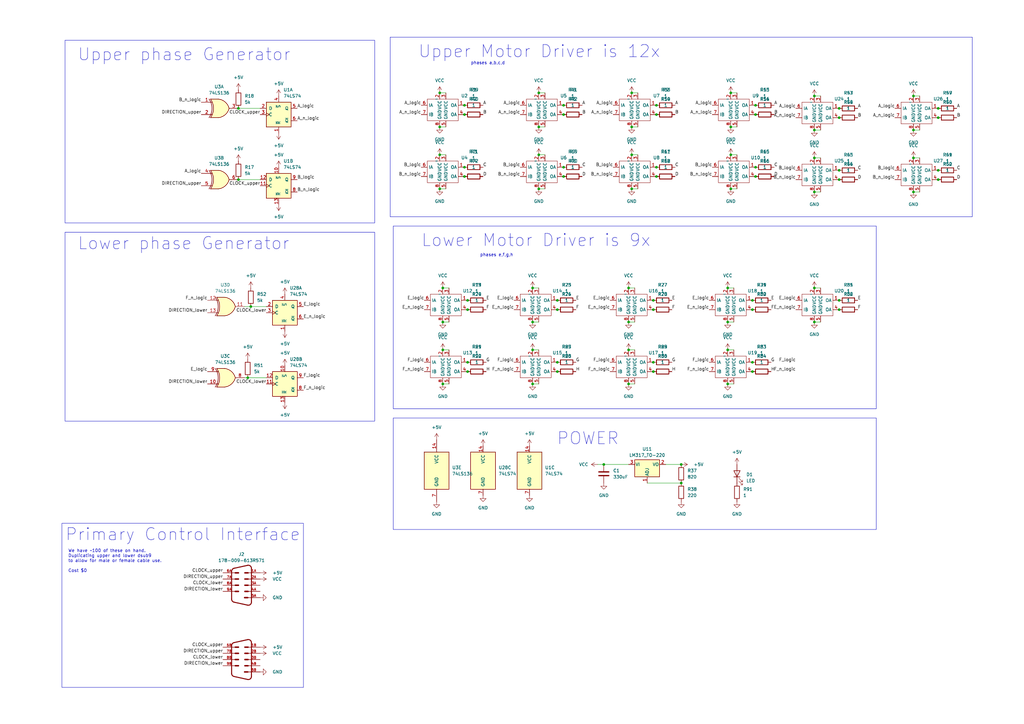
<source format=kicad_sch>
(kicad_sch (version 20230121) (generator eeschema)
  (paper "A3")
  (junction (at 259.08 52.07))
  (junction (at 257.81 132.08))
  (junction (at 247.65 190.5))
  (junction (at 309.88 68.58))
  (junction (at 180.34 77.47))
  (junction (at 384.81 48.26))
  (junction (at 279.4 198.12))
  (junction (at 231.14 43.18))
  (junction (at 309.88 72.39))
  (junction (at 228.6 123.19))
  (junction (at 344.17 127))
  (junction (at 279.4 190.5))
  (junction (at 267.97 127))
  (junction (at 180.34 52.07))
  (junction (at 267.97 148.59))
  (junction (at 309.88 43.18))
  (junction (at 308.61 152.4))
  (junction (at 191.77 148.59))
  (junction (at 259.08 77.47))
  (junction (at 298.45 143.51))
  (junction (at 269.24 43.18))
  (junction (at 218.44 118.11))
  (junction (at 334.01 118.11))
  (junction (at 298.45 118.11))
  (junction (at 181.61 118.11))
  (junction (at 218.44 132.08))
  (junction (at 308.61 148.59))
  (junction (at 181.61 132.08))
  (junction (at 220.98 63.5))
  (junction (at 384.81 44.45))
  (junction (at 231.14 46.99))
  (junction (at 299.72 63.5))
  (junction (at 384.81 69.85))
  (junction (at 374.65 78.74))
  (junction (at 344.17 123.19))
  (junction (at 298.45 132.08))
  (junction (at 218.44 143.51))
  (junction (at 180.34 63.5))
  (junction (at 267.97 123.19))
  (junction (at 231.14 72.39))
  (junction (at 257.81 118.11))
  (junction (at 299.72 38.1))
  (junction (at 334.01 132.08))
  (junction (at 218.44 157.48))
  (junction (at 374.65 53.34))
  (junction (at 334.01 39.37))
  (junction (at 344.17 73.66))
  (junction (at 220.98 52.07))
  (junction (at 191.77 152.4))
  (junction (at 308.61 127))
  (junction (at 374.65 39.37))
  (junction (at 190.5 72.39))
  (junction (at 181.61 143.51))
  (junction (at 228.6 148.59))
  (junction (at 257.81 143.51))
  (junction (at 220.98 38.1))
  (junction (at 102.87 125.73))
  (junction (at 344.17 69.85))
  (junction (at 190.5 68.58))
  (junction (at 308.61 123.19))
  (junction (at 384.81 73.66))
  (junction (at 101.6 154.94))
  (junction (at 299.72 77.47))
  (junction (at 191.77 127))
  (junction (at 374.65 64.77))
  (junction (at 180.34 38.1))
  (junction (at 298.45 157.48))
  (junction (at 269.24 68.58))
  (junction (at 334.01 78.74))
  (junction (at 231.14 68.58))
  (junction (at 269.24 72.39))
  (junction (at 269.24 46.99))
  (junction (at 334.01 53.34))
  (junction (at 334.01 64.77))
  (junction (at 97.79 44.45))
  (junction (at 259.08 63.5))
  (junction (at 267.97 152.4))
  (junction (at 220.98 77.47))
  (junction (at 259.08 38.1))
  (junction (at 299.72 52.07))
  (junction (at 344.17 48.26))
  (junction (at 309.88 46.99))
  (junction (at 228.6 152.4))
  (junction (at 344.17 44.45))
  (junction (at 191.77 123.19))
  (junction (at 181.61 157.48))
  (junction (at 228.6 127))
  (junction (at 257.81 157.48))
  (junction (at 97.79 73.66))
  (junction (at 190.5 46.99))
  (junction (at 190.5 43.18))
  (wire (pts (xy 257.81 118.11) (xy 260.35 118.11)))
  (wire (pts (xy 218.44 132.08) (xy 220.98 132.08)))
  (wire (pts (xy 247.65 190.5) (xy 257.81 190.5)))
  (wire (pts (xy 181.61 118.11) (xy 184.15 118.11)))
  (wire (pts (xy 218.44 118.11) (xy 220.98 118.11)))
  (wire (pts (xy 180.34 63.5) (xy 182.88 63.5)))
  (wire (pts (xy 374.65 39.37) (xy 377.19 39.37)))
  (wire (pts (xy 220.98 63.5) (xy 223.52 63.5)))
  (wire (pts (xy 101.6 154.94) (xy 109.22 154.94)))
  (wire (pts (xy 180.34 38.1) (xy 182.88 38.1)))
  (wire (pts (xy 334.01 132.08) (xy 336.55 132.08)))
  (wire (pts (xy 100.33 154.94) (xy 101.6 154.94)))
  (wire (pts (xy 220.98 77.47) (xy 223.52 77.47)))
  (wire (pts (xy 218.44 143.51) (xy 220.98 143.51)))
  (wire (pts (xy 181.61 143.51) (xy 184.15 143.51)))
  (wire (pts (xy 334.01 78.74) (xy 336.55 78.74)))
  (wire (pts (xy 257.81 157.48) (xy 260.35 157.48)))
  (wire (pts (xy 298.45 157.48) (xy 300.99 157.48)))
  (wire (pts (xy 334.01 64.77) (xy 336.55 64.77)))
  (wire (pts (xy 299.72 52.07) (xy 302.26 52.07)))
  (wire (pts (xy 97.79 44.45) (xy 106.68 44.45)))
  (wire (pts (xy 334.01 118.11) (xy 336.55 118.11)))
  (wire (pts (xy 245.11 190.5) (xy 247.65 190.5)))
  (wire (pts (xy 180.34 77.47) (xy 182.88 77.47)))
  (wire (pts (xy 259.08 77.47) (xy 261.62 77.47)))
  (wire (pts (xy 102.87 125.73) (xy 109.22 125.73)))
  (wire (pts (xy 374.65 78.74) (xy 377.19 78.74)))
  (wire (pts (xy 257.81 143.51) (xy 260.35 143.51)))
  (wire (pts (xy 265.43 198.12) (xy 279.4 198.12)))
  (wire (pts (xy 334.01 39.37) (xy 336.55 39.37)))
  (wire (pts (xy 299.72 77.47) (xy 302.26 77.47)))
  (wire (pts (xy 220.98 38.1) (xy 223.52 38.1)))
  (wire (pts (xy 273.05 190.5) (xy 279.4 190.5)))
  (wire (pts (xy 181.61 132.08) (xy 184.15 132.08)))
  (wire (pts (xy 374.65 64.77) (xy 377.19 64.77)))
  (wire (pts (xy 257.81 132.08) (xy 260.35 132.08)))
  (wire (pts (xy 180.34 52.07) (xy 182.88 52.07)))
  (wire (pts (xy 299.72 38.1) (xy 302.26 38.1)))
  (wire (pts (xy 220.98 52.07) (xy 223.52 52.07)))
  (wire (pts (xy 100.33 125.73) (xy 102.87 125.73)))
  (wire (pts (xy 374.65 53.34) (xy 377.19 53.34)))
  (wire (pts (xy 259.08 52.07) (xy 261.62 52.07)))
  (wire (pts (xy 181.61 157.48) (xy 184.15 157.48)))
  (wire (pts (xy 298.45 132.08) (xy 300.99 132.08)))
  (wire (pts (xy 298.45 118.11) (xy 300.99 118.11)))
  (wire (pts (xy 299.72 63.5) (xy 302.26 63.5)))
  (wire (pts (xy 218.44 157.48) (xy 220.98 157.48)))
  (wire (pts (xy 334.01 53.34) (xy 336.55 53.34)))
  (wire (pts (xy 298.45 143.51) (xy 300.99 143.51)))
  (wire (pts (xy 259.08 38.1) (xy 261.62 38.1)))
  (wire (pts (xy 259.08 63.5) (xy 261.62 63.5)))
  (wire (pts (xy 97.79 73.66) (xy 106.68 73.66)))
  (rectangle (start 161.29 92.71) (end 359.41 167.64))
  (rectangle (start 26.67 95.25) (end 153.67 172.72))
  (rectangle (start 160.02 15.24) (end 398.78 88.9))
  (rectangle (start 26.67 16.51) (end 153.67 91.44))
  (rectangle (start 161.29 171.45) (end 359.41 217.17))
  (rectangle (start 25.4 214.63) (end 124.46 281.94))
  (text "Primary Control Interface" (at 26.67 222.25 0) (effects (font (size 5 5)) (justify left bottom)))
  (text "phases e,f,g,h" (at 196.85 105.41 0) (effects (font (size 1.27 1.27)) (justify left bottom)))
  (text "We have ~100 of these on hand.\nDuplicating upper and lower dsub9\nto allow for male or female cable use.\n\nCost $0" (at 27.94 234.95 0) (effects (font (size 1.27 1.27)) (justify left bottom)))
  (text "phases a,b,c,d" (at 193.04 26.67 0) (effects (font (size 1.27 1.27)) (justify left bottom)))
  (text "Upper Motor Driver is 12x " (at 171.45 24.13 0) (effects (font (size 5 5)) (justify left bottom)))
  (text "Lower phase Generator" (at 31.75 102.87 0) (effects (font (size 5 5)) (justify left bottom)))
  (text "Lower Motor Driver is 9x " (at 172.72 101.6 0) (effects (font (size 5 5)) (justify left bottom)))
  (text "POWER" (at 254 182.88 0) (effects (font (size 5 5)) (justify right bottom)))
  (text "Upper phase Generator" (at 31.75 25.4 0) (effects (font (size 5 5)) (justify left bottom)))
  (label "B_n_logic" (at 326.39 73.66 180))
  (label "B_n_logic" (at 121.92 78.74 0))
  (label "CLOCK_lower" (at 109.22 128.27 180))
  (label "A_logic" (at 213.36 43.18 180))
  (label "H" (at 316.23 152.4 0))
  (label "B" (at 276.86 46.99 0))
  (label "D" (at 238.76 72.39 0))
  (label "B_n_logic" (at 172.72 72.39 180))
  (label "B_n_logic" (at 82.55 41.91 180))
  (label "E_n_logic" (at 250.19 127 180))
  (label "E" (at 316.23 123.19 0))
  (label "F_logic" (at 173.99 148.59 180))
  (label "B_logic" (at 326.39 69.85 180))
  (label "H" (at 236.22 152.4 0))
  (label "B_n_logic" (at 251.46 72.39 180))
  (label "B_n_logic" (at 213.36 72.39 180))
  (label "C" (at 317.5 68.58 0))
  (label "C" (at 238.76 68.58 0))
  (label "A" (at 276.86 43.18 0))
  (label "DIRECTION_lower" (at 85.09 128.27 180))
  (label "F" (at 351.79 127 0))
  (label "F_n_logic" (at 290.83 152.4 180))
  (label "G" (at 236.22 148.59 0))
  (label "DIRECTION_upper" (at 82.55 76.2 180))
  (label "F_n_logic" (at 210.82 152.4 180))
  (label "A" (at 317.5 43.18 0))
  (label "B" (at 392.43 48.26 0))
  (label "CLOCK_upper" (at 106.68 76.2 180))
  (label "E_logic" (at 210.82 123.19 180))
  (label "F" (at 316.23 127 0))
  (label "F" (at 275.59 127 0))
  (label "CLOCK_lower" (at 109.22 157.48 180))
  (label "E_logic" (at 326.39 123.19 180))
  (label "CLOCK_upper" (at 106.68 46.99 180))
  (label "B" (at 351.79 48.26 0))
  (label "F_n_logic" (at 85.09 123.19 180))
  (label "B" (at 238.76 46.99 0))
  (label "DIRECTION_lower" (at 85.09 157.48 180))
  (label "A_logic" (at 367.03 44.45 180))
  (label "E" (at 199.39 123.19 0))
  (label "G" (at 199.39 148.59 0))
  (label "A_n_logic" (at 251.46 46.99 180))
  (label "CLOCK_upper" (at 91.44 265.43 180))
  (label "DIRECTION_lower" (at 91.44 242.57 180))
  (label "DIRECTION_upper" (at 91.44 267.97 180))
  (label "H" (at 275.59 152.4 0))
  (label "E_logic" (at 85.09 152.4 180))
  (label "F_logic" (at 210.82 148.59 180))
  (label "A_logic" (at 82.55 71.12 180))
  (label "A_logic" (at 251.46 43.18 180))
  (label "A_logic" (at 121.92 44.45 0))
  (label "C" (at 351.79 69.85 0))
  (label "F_n_logic" (at 326.39 152.4 180))
  (label "A_n_logic" (at 292.1 46.99 180))
  (label "DIRECTION_upper" (at 82.55 46.99 180))
  (label "F_logic" (at 124.46 154.94 0))
  (label "C" (at 276.86 68.58 0))
  (label "E_logic" (at 250.19 123.19 180))
  (label "CLOCK_upper" (at 91.44 234.95 180))
  (label "F_n_logic" (at 124.46 160.02 0))
  (label "B_logic" (at 213.36 68.58 180))
  (label "A_n_logic" (at 172.72 46.99 180))
  (label "F" (at 199.39 127 0))
  (label "F_logic" (at 326.39 148.59 180))
  (label "F_n_logic" (at 250.19 152.4 180))
  (label "B" (at 198.12 46.99 0))
  (label "E_n_logic" (at 326.39 127 180))
  (label "A" (at 392.43 44.45 0))
  (label "E_n_logic" (at 290.83 127 180))
  (label "E_n_logic" (at 124.46 130.81 0))
  (label "A" (at 198.12 43.18 0))
  (label "A" (at 351.79 44.45 0))
  (label "B_logic" (at 121.92 73.66 0))
  (label "E_n_logic" (at 173.99 127 180))
  (label "E" (at 236.22 123.19 0))
  (label "E_logic" (at 124.46 125.73 0))
  (label "E_logic" (at 173.99 123.19 180))
  (label "A_n_logic" (at 367.03 48.26 180))
  (label "A_logic" (at 326.39 44.45 180))
  (label "A" (at 238.76 43.18 0))
  (label "A_n_logic" (at 326.39 48.26 180))
  (label "D" (at 392.43 73.66 0))
  (label "A_logic" (at 172.72 43.18 180))
  (label "D" (at 198.12 72.39 0))
  (label "E_n_logic" (at 210.82 127 180))
  (label "D" (at 317.5 72.39 0))
  (label "F_n_logic" (at 173.99 152.4 180))
  (label "DIRECTION_upper" (at 91.44 237.49 180))
  (label "H" (at 199.39 152.4 0))
  (label "G" (at 275.59 148.59 0))
  (label "F_logic" (at 290.83 148.59 180))
  (label "DIRECTION_lower" (at 91.44 273.05 180))
  (label "CLOCK_lower" (at 91.44 270.51 180))
  (label "D" (at 276.86 72.39 0))
  (label "B_n_logic" (at 367.03 73.66 180))
  (label "B_logic" (at 251.46 68.58 180))
  (label "E" (at 351.79 123.19 0))
  (label "F" (at 236.22 127 0))
  (label "E" (at 275.59 123.19 0))
  (label "C" (at 198.12 68.58 0))
  (label "A_n_logic" (at 213.36 46.99 180))
  (label "A_n_logic" (at 121.92 49.53 0))
  (label "B_logic" (at 172.72 68.58 180))
  (label "D" (at 351.79 73.66 0))
  (label "F_logic" (at 250.19 148.59 180))
  (label "G" (at 316.23 148.59 0))
  (label "CLOCK_lower" (at 91.44 240.03 180))
  (label "C" (at 392.43 69.85 0))
  (label "E_logic" (at 290.83 123.19 180))
  (label "B_n_logic" (at 292.1 72.39 180))
  (label "B_logic" (at 367.03 69.85 180))
  (label "B_logic" (at 292.1 68.58 180))
  (label "A_logic" (at 292.1 43.18 180))
  (label "B" (at 317.5 46.99 0))
  (symbol (lib_id "Device:R") (at 273.05 46.99 90) (unit 1)
    (property "Reference" "R54" (at 273.05 40.64 90))
    (property "Value" "1" (at 273.05 43.18 90))
    (property "Footprint" "Resistor_SMD:R_1206_3216Metric" (effects hide))
  )
  (symbol (lib_id "my parts:L9110h") (at 257.81 66.04 0) (unit 1)
    (property "Reference" "U8" (at 269.24 64.6683 0))
    (property "Value" "~" (at 257.81 66.04 0))
    (property "Footprint" "Package_DIP:DIP-8_W7.62mm" (effects hide))
  )
  (symbol (lib_id "Device:R") (at 347.98 73.66 90) (unit 1)
    (property "Reference" "R46" (at 347.98 67.31 90))
    (property "Value" "1" (at 347.98 69.85 90))
    (property "Footprint" "Resistor_SMD:R_1206_3216Metric" (effects hide))
  )
  (symbol (lib_id "my parts:L9110h") (at 217.17 120.65 0) (unit 1)
    (property "Reference" "U14" (at 228.6 119.2783 0))
    (property "Value" "~" (at 217.17 120.65 0))
    (property "Footprint" "Package_DIP:DIP-8_W7.62mm" (effects hide))
  )
  (symbol (lib_id "power:+5V") (at 116.84 135.89 180) (unit 1)
    (property "Reference" "#PWR064" (effects hide))
    (property "Value" "+5V" (at 116.84 140.97 0))
  )
  (symbol (lib_id "power:GND") (at 179.07 205.74 0) (unit 1)
    (property "Reference" "#PWR018" (effects hide))
    (property "Value" "GND" (at 179.07 210.82 0))
  )
  (symbol (lib_id "power:VCC") (at 181.61 143.51 0) (unit 1)
    (property "Reference" "#PWR031" (effects hide))
    (property "Value" "VCC" (at 181.61 138.43 0))
  )
  (symbol (lib_id "Device:R") (at 271.78 148.59 90) (unit 1)
    (property "Reference" "R85" (at 271.78 142.24 90))
    (property "Value" "1" (at 271.78 144.78 90))
    (property "Footprint" "Resistor_SMD:R_1206_3216Metric" (effects hide))
  )
  (symbol (lib_id "power:+5V") (at 106.68 234.95 270) (unit 1)
    (property "Reference" "#PWR071" (effects hide))
    (property "Value" "+5V" (at 111.76 234.95 90) (effects (justify left)))
  )
  (symbol (lib_id "Device:R") (at 347.98 69.85 90) (unit 1)
    (property "Reference" "R45" (at 347.98 63.5 90))
    (property "Value" "1" (at 347.98 66.04 90))
    (property "Footprint" "Resistor_SMD:R_1206_3216Metric" (effects hide))
  )
  (symbol (lib_id "power:VCC") (at 334.01 39.37 0) (unit 1)
    (property "Reference" "#PWR053" (effects hide))
    (property "Value" "VCC" (at 334.01 34.29 0))
  )
  (symbol (lib_id "power:VCC") (at 374.65 64.77 0) (unit 1)
    (property "Reference" "#PWR059" (effects hide))
    (property "Value" "VCC" (at 374.65 59.69 0))
  )
  (symbol (lib_id "74xx:74LS136") (at 179.07 193.04 0) (unit 5)
    (property "Reference" "U3" (at 185.42 191.77 0) (effects (justify left)))
    (property "Value" "74LS136" (at 185.42 194.31 0) (effects (justify left)))
    (property "Footprint" "Package_DIP:DIP-14_W7.62mm" (effects hide))
    (property "Datasheet" "http://www.ti.com/lit/ds/symlink/sn54ls136.pdf" (effects hide))
  )
  (symbol (lib_id "Device:R") (at 302.26 201.93 180) (unit 1)
    (property "Reference" "R91" (at 304.8 200.66 0) (effects (justify right)))
    (property "Value" "1" (at 304.8 203.2 0) (effects (justify right)))
    (property "Footprint" "Resistor_SMD:R_1206_3216Metric" (effects hide))
  )
  (symbol (lib_id "Device:R") (at 273.05 43.18 90) (unit 1)
    (property "Reference" "R53" (at 273.05 36.83 90))
    (property "Value" "1" (at 273.05 39.37 90))
    (property "Footprint" "Resistor_SMD:R_1206_3216Metric" (effects hide))
  )
  (symbol (lib_id "Device:R") (at 232.41 152.4 90) (unit 1)
    (property "Reference" "R26" (at 232.41 146.05 90))
    (property "Value" "1" (at 232.41 148.59 90))
    (property "Footprint" "Resistor_SMD:R_1206_3216Metric" (effects hide))
  )
  (symbol (lib_id "Device:R") (at 312.42 127 90) (unit 1)
    (property "Reference" "R80" (at 312.42 120.65 90))
    (property "Value" "1" (at 312.42 123.19 90))
    (property "Footprint" "Resistor_SMD:R_1206_3216Metric" (effects hide))
  )
  (symbol (lib_id "my parts:L9110h") (at 257.81 40.64 0) (unit 1)
    (property "Reference" "U7" (at 269.24 39.2683 0))
    (property "Value" "~" (at 257.81 40.64 0))
    (property "Footprint" "Package_DIP:DIP-8_W7.62mm" (effects hide))
  )
  (symbol (lib_id "Device:R") (at 347.98 123.19 90) (unit 1)
    (property "Reference" "R35" (at 347.98 116.84 90))
    (property "Value" "1" (at 347.98 119.38 90))
    (property "Footprint" "Resistor_SMD:R_1206_3216Metric" (effects hide))
  )
  (symbol (lib_id "Device:R") (at 347.98 48.26 90) (unit 1)
    (property "Reference" "R58" (at 347.98 41.91 90))
    (property "Value" "1" (at 347.98 44.45 90))
    (property "Footprint" "Resistor_SMD:R_1206_3216Metric" (effects hide))
  )
  (symbol (lib_id "Device:R") (at 194.31 72.39 90) (unit 1)
    (property "Reference" "R72" (at 194.31 66.04 90))
    (property "Value" "1" (at 194.31 68.58 90))
    (property "Footprint" "Resistor_SMD:R_1206_3216Metric" (effects hide))
  )
  (symbol (lib_id "74xx:74LS74") (at 198.12 193.04 0) (unit 3)
    (property "Reference" "U28" (at 204.47 191.77 0) (effects (justify left)))
    (property "Value" "74LS74" (at 204.47 194.31 0) (effects (justify left)))
    (property "Footprint" "Package_DIP:DIP-14_W7.62mm" (effects hide))
    (property "Datasheet" "74xx/74hc_hct74.pdf" (effects hide))
  )
  (symbol (lib_id "Device:R") (at 312.42 152.4 90) (unit 1)
    (property "Reference" "R84" (at 312.42 146.05 90))
    (property "Value" "1" (at 312.42 148.59 90))
    (property "Footprint" "Resistor_SMD:R_1206_3216Metric" (effects hide))
  )
  (symbol (lib_id "power:VCC") (at 180.34 38.1 0) (unit 1)
    (property "Reference" "#PWR02" (effects hide))
    (property "Value" "VCC" (at 180.34 33.02 0))
  )
  (symbol (lib_id "Device:R") (at 234.95 72.39 90) (unit 1)
    (property "Reference" "R8" (at 234.95 66.04 90))
    (property "Value" "1" (at 234.95 68.58 90))
    (property "Footprint" "Resistor_SMD:R_1206_3216Metric" (effects hide))
  )
  (symbol (lib_id "power:GND") (at 181.61 157.48 0) (unit 1)
    (property "Reference" "#PWR032" (effects hide))
    (property "Value" "GND" (at 181.61 162.56 0))
  )
  (symbol (lib_id "power:GND") (at 106.68 275.59 90) (unit 1)
    (property "Reference" "#PWR062" (effects hide))
    (property "Value" "GND" (at 111.76 275.59 90) (effects (justify right)))
  )
  (symbol (lib_id "Device:R") (at 273.05 72.39 90) (unit 1)
    (property "Reference" "R12" (at 273.05 66.04 90))
    (property "Value" "1" (at 273.05 68.58 90))
    (property "Footprint" "Resistor_SMD:R_1206_3216Metric" (effects hide))
  )
  (symbol (lib_id "power:VCC") (at 180.34 63.5 0) (unit 1)
    (property "Reference" "#PWR03" (effects hide))
    (property "Value" "VCC" (at 180.34 58.42 0))
  )
  (symbol (lib_id "Device:R") (at 234.95 68.58 90) (unit 1)
    (property "Reference" "R69" (at 234.95 62.23 90))
    (property "Value" "1" (at 234.95 64.77 90))
    (property "Footprint" "Resistor_SMD:R_1206_3216Metric" (effects hide))
  )
  (symbol (lib_id "power:VCC") (at 257.81 118.11 0) (unit 1)
    (property "Reference" "#PWR037" (effects hide))
    (property "Value" "VCC" (at 257.81 113.03 0))
  )
  (symbol (lib_id "Device:R") (at 271.78 152.4 90) (unit 1)
    (property "Reference" "R30" (at 271.78 146.05 90))
    (property "Value" "1" (at 271.78 148.59 90))
    (property "Footprint" "Resistor_SMD:R_1206_3216Metric" (effects hide))
  )
  (symbol (lib_id "power:VCC") (at 218.44 143.51 0) (unit 1)
    (property "Reference" "#PWR035" (effects hide))
    (property "Value" "VCC" (at 218.44 138.43 0))
  )
  (symbol (lib_id "my parts:L9110h") (at 373.38 67.31 0) (unit 1)
    (property "Reference" "U27" (at 384.81 65.9383 0))
    (property "Value" "~" (at 373.38 67.31 0))
    (property "Footprint" "Package_DIP:DIP-8_W7.62mm" (effects hide))
  )
  (symbol (lib_id "Device:R") (at 195.58 152.4 90) (unit 1)
    (property "Reference" "R90" (at 195.58 146.05 90))
    (property "Value" "1" (at 195.58 148.59 90))
    (property "Footprint" "Resistor_SMD:R_1206_3216Metric" (effects hide))
  )
  (symbol (lib_id "power:VCC") (at 298.45 118.11 0) (unit 1)
    (property "Reference" "#PWR041" (effects hide))
    (property "Value" "VCC" (at 298.45 113.03 0))
  )
  (symbol (lib_id "power:GND") (at 247.65 198.12 0) (unit 1)
    (property "Reference" "#PWR048" (effects hide))
    (property "Value" "GND" (at 247.65 203.2 0))
  )
  (symbol (lib_id "Device:R") (at 388.62 44.45 90) (unit 1)
    (property "Reference" "R59" (at 388.62 38.1 90))
    (property "Value" "1" (at 388.62 40.64 90))
    (property "Footprint" "Resistor_SMD:R_1206_3216Metric" (effects hide))
  )
  (symbol (lib_id "Device:R") (at 194.31 68.58 90) (unit 1)
    (property "Reference" "R71" (at 194.31 62.23 90))
    (property "Value" "1" (at 194.31 64.77 90))
    (property "Footprint" "Resistor_SMD:R_1206_3216Metric" (effects hide))
  )
  (symbol (lib_id "Device:R") (at 388.62 69.85 90) (unit 1)
    (property "Reference" "R61" (at 388.62 63.5 90))
    (property "Value" "1" (at 388.62 66.04 90))
    (property "Footprint" "Resistor_SMD:R_1206_3216Metric" (effects hide))
  )
  (symbol (lib_id "Device:R") (at 313.69 72.39 90) (unit 1)
    (property "Reference" "R16" (at 313.69 66.04 90))
    (property "Value" "1" (at 313.69 68.58 90))
    (property "Footprint" "Resistor_SMD:R_1206_3216Metric" (effects hide))
  )
  (symbol (lib_id "74xx:74LS136") (at 90.17 73.66 0) (unit 2)
    (property "Reference" "U3" (at 89.8652 64.77 0))
    (property "Value" "74LS136" (at 89.8652 67.31 0))
    (property "Footprint" "Package_DIP:DIP-14_W7.62mm" (effects hide))
    (property "Datasheet" "http://www.ti.com/lit/ds/symlink/sn54ls136.pdf" (effects hide))
  )
  (symbol (lib_id "power:GND") (at 302.26 205.74 0) (unit 1)
    (property "Reference" "#PWR027" (effects hide))
    (property "Value" "GND" (at 302.26 210.82 0))
  )
  (symbol (lib_id "Device:R") (at 347.98 69.85 90) (unit 1)
    (property "Reference" "R63" (at 347.98 63.5 90))
    (property "Value" "1" (at 347.98 66.04 90))
    (property "Footprint" "Resistor_SMD:R_1206_3216Metric" (effects hide))
  )
  (symbol (lib_id "my parts:L9110h") (at 332.74 120.65 0) (unit 1)
    (property "Reference" "U20" (at 344.17 119.2783 0))
    (property "Value" "~" (at 332.74 120.65 0))
    (property "Footprint" "Package_DIP:DIP-8_W7.62mm" (effects hide))
  )
  (symbol (lib_id "power:VCC") (at 334.01 64.77 0) (unit 1)
    (property "Reference" "#PWR055" (effects hide))
    (property "Value" "VCC" (at 334.01 59.69 0))
  )
  (symbol (lib_id "74xx:74LS74") (at 116.84 128.27 0) (unit 1)
    (property "Reference" "U28" (at 118.7959 118.11 0) (effects (justify left)))
    (property "Value" "74LS74" (at 118.7959 120.65 0) (effects (justify left)))
    (property "Footprint" "Package_DIP:DIP-14_W7.62mm" (effects hide))
    (property "Datasheet" "74xx/74hc_hct74.pdf" (effects hide))
  )
  (symbol (lib_id "my parts:L9110h") (at 219.71 66.04 0) (unit 1)
    (property "Reference" "U6" (at 231.14 64.6683 0))
    (property "Value" "~" (at 219.71 66.04 0))
    (property "Footprint" "Package_DIP:DIP-8_W7.62mm" (effects hide))
  )
  (symbol (lib_id "power:VCC") (at 106.68 237.49 270) (unit 1)
    (property "Reference" "#PWR073" (effects hide))
    (property "Value" "VCC" (at 111.76 237.49 90) (effects (justify left)))
  )
  (symbol (lib_id "power:+5V") (at 102.87 118.11 0) (unit 1)
    (property "Reference" "#PWR070" (effects hide))
    (property "Value" "+5V" (at 102.87 113.03 0))
  )
  (symbol (lib_id "Device:R") (at 279.4 201.93 0) (unit 1)
    (property "Reference" "R38" (at 281.94 200.66 0) (effects (justify left)))
    (property "Value" "220" (at 281.94 203.2 0) (effects (justify left)))
    (property "Footprint" "Resistor_THT:R_Axial_DIN0204_L3.6mm_D1.6mm_P5.08mm_Horizontal" (effects hide))
  )
  (symbol (lib_id "Device:R") (at 271.78 127 90) (unit 1)
    (property "Reference" "R78" (at 271.78 120.65 90))
    (property "Value" "1" (at 271.78 123.19 90))
    (property "Footprint" "Resistor_SMD:R_1206_3216Metric" (effects hide))
  )
  (symbol (lib_id "power:GND") (at 298.45 157.48 0) (unit 1)
    (property "Reference" "#PWR044" (effects hide))
    (property "Value" "GND" (at 298.45 162.56 0))
  )
  (symbol (lib_id "Device:R") (at 232.41 152.4 90) (unit 1)
    (property "Reference" "R88" (at 232.41 146.05 90))
    (property "Value" "1" (at 232.41 148.59 90))
    (property "Footprint" "Resistor_SMD:R_1206_3216Metric" (effects hide))
  )
  (symbol (lib_id "Device:R") (at 312.42 152.4 90) (unit 1)
    (property "Reference" "R34" (at 312.42 146.05 90))
    (property "Value" "1" (at 312.42 148.59 90))
    (property "Footprint" "Resistor_SMD:R_1206_3216Metric" (effects hide))
  )
  (symbol (lib_id "Device:R") (at 234.95 43.18 90) (unit 1)
    (property "Reference" "R5" (at 234.95 36.83 90))
    (property "Value" "1" (at 234.95 39.37 90))
    (property "Footprint" "Resistor_SMD:R_1206_3216Metric" (effects hide))
  )
  (symbol (lib_id "Device:R") (at 313.69 43.18 90) (unit 1)
    (property "Reference" "R13" (at 313.69 36.83 90))
    (property "Value" "1" (at 313.69 39.37 90))
    (property "Footprint" "Resistor_SMD:R_1206_3216Metric" (effects hide))
  )
  (symbol (lib_id "Device:R") (at 195.58 123.19 90) (unit 1)
    (property "Reference" "R73" (at 195.58 116.84 90))
    (property "Value" "1" (at 195.58 119.38 90))
    (property "Footprint" "Resistor_SMD:R_1206_3216Metric" (effects hide))
  )
  (symbol (lib_id "power:GND") (at 334.01 132.08 0) (unit 1)
    (property "Reference" "#PWR046" (effects hide))
    (property "Value" "GND" (at 334.01 137.16 0))
  )
  (symbol (lib_id "power:+5V") (at 97.79 66.04 0) (unit 1)
    (property "Reference" "#PWR026" (effects hide))
    (property "Value" "+5V" (at 97.79 60.96 0))
  )
  (symbol (lib_id "Device:R") (at 313.69 43.18 90) (unit 1)
    (property "Reference" "R55" (at 313.69 36.83 90))
    (property "Value" "1" (at 313.69 39.37 90))
    (property "Footprint" "Resistor_SMD:R_1206_3216Metric" (effects hide))
  )
  (symbol (lib_id "74xx:74LS136") (at 90.17 44.45 0) (unit 1)
    (property "Reference" "U3" (at 89.8652 35.56 0))
    (property "Value" "74LS136" (at 89.8652 38.1 0))
    (property "Footprint" "Package_DIP:DIP-14_W7.62mm" (effects hide))
    (property "Datasheet" "http://www.ti.com/lit/ds/symlink/sn54ls136.pdf" (effects hide))
  )
  (symbol (lib_id "Device:R") (at 194.31 46.99 90) (unit 1)
    (property "Reference" "R40" (at 194.31 40.64 90))
    (property "Value" "1" (at 194.31 43.18 90))
    (property "Footprint" "Resistor_SMD:R_1206_3216Metric" (effects hide))
  )
  (symbol (lib_id "Device:R") (at 388.62 48.26 90) (unit 1)
    (property "Reference" "R48" (at 388.62 41.91 90))
    (property "Value" "1" (at 388.62 44.45 90))
    (property "Footprint" "Resistor_SMD:R_1206_3216Metric" (effects hide))
  )
  (symbol (lib_id "Device:R") (at 101.6 151.13 180) (unit 1)
    (property "Reference" "R51" (at 104.14 149.86 0) (effects (justify right)))
    (property "Value" "5k" (at 104.14 152.4 0) (effects (justify right)))
    (property "Footprint" "Resistor_SMD:R_1206_3216Metric" (effects hide))
  )
  (symbol (lib_id "power:VCC") (at 298.45 143.51 0) (unit 1)
    (property "Reference" "#PWR043" (effects hide))
    (property "Value" "VCC" (at 298.45 138.43 0))
  )
  (symbol (lib_id "power:VCC") (at 374.65 39.37 0) (unit 1)
    (property "Reference" "#PWR057" (effects hide))
    (property "Value" "VCC" (at 374.65 34.29 0))
  )
  (symbol (lib_id "my parts:L9110h") (at 256.54 120.65 0) (unit 1)
    (property "Reference" "U16" (at 267.97 119.2783 0))
    (property "Value" "~" (at 256.54 120.65 0))
    (property "Footprint" "Package_DIP:DIP-8_W7.62mm" (effects hide))
  )
  (symbol (lib_id "power:+5V") (at 302.26 190.5 0) (unit 1)
    (property "Reference" "#PWR028" (effects hide))
    (property "Value" "+5V" (at 302.26 185.42 0))
  )
  (symbol (lib_id "Device:R") (at 271.78 148.59 90) (unit 1)
    (property "Reference" "R29" (at 271.78 142.24 90))
    (property "Value" "1" (at 271.78 144.78 90))
    (property "Footprint" "Resistor_SMD:R_1206_3216Metric" (effects hide))
  )
  (symbol (lib_id "power:VCC") (at 259.08 63.5 0) (unit 1)
    (property "Reference" "#PWR011" (effects hide))
    (property "Value" "VCC" (at 259.08 58.42 0))
  )
  (symbol (lib_id "power:GND") (at 217.17 203.2 0) (unit 1)
    (property "Reference" "#PWR017" (effects hide))
    (property "Value" "GND" (at 217.17 208.28 0))
  )
  (symbol (lib_id "74xx:74LS136") (at 92.71 125.73 0) (unit 4)
    (property "Reference" "U3" (at 92.4052 116.84 0))
    (property "Value" "74LS136" (at 92.4052 119.38 0))
    (property "Footprint" "Package_DIP:DIP-14_W7.62mm" (effects hide))
    (property "Datasheet" "http://www.ti.com/lit/ds/symlink/sn54ls136.pdf" (effects hide))
  )
  (symbol (lib_id "power:VCC") (at 220.98 38.1 0) (unit 1)
    (property "Reference" "#PWR05" (effects hide))
    (property "Value" "VCC" (at 220.98 33.02 0))
  )
  (symbol (lib_id "Device:R") (at 194.31 46.99 90) (unit 1)
    (property "Reference" "R2" (at 194.31 40.64 90))
    (property "Value" "1" (at 194.31 43.18 90))
    (property "Footprint" "Resistor_SMD:R_1206_3216Metric" (effects hide))
  )
  (symbol (lib_id "power:+5V") (at 217.17 182.88 0) (unit 1)
    (property "Reference" "#PWR020" (effects hide))
    (property "Value" "+5V" (at 217.17 177.8 0))
  )
  (symbol (lib_id "power:+5V") (at 114.3 68.58 0) (unit 1)
    (property "Reference" "#PWR024" (effects hide))
    (property "Value" "+5V" (at 114.3 63.5 0))
  )
  (symbol (lib_id "power:GND") (at 218.44 157.48 0) (unit 1)
    (property "Reference" "#PWR036" (effects hide))
    (property "Value" "GND" (at 218.44 162.56 0))
  )
  (symbol (lib_id "Device:R") (at 347.98 44.45 90) (unit 1)
    (property "Reference" "R43" (at 347.98 38.1 90))
    (property "Value" "1" (at 347.98 40.64 90))
    (property "Footprint" "Resistor_SMD:R_1206_3216Metric" (effects hide))
  )
  (symbol (lib_id "Device:R") (at 195.58 123.19 90) (unit 1)
    (property "Reference" "R19" (at 195.58 116.84 90))
    (property "Value" "1" (at 195.58 119.38 90))
    (property "Footprint" "Resistor_SMD:R_1206_3216Metric" (effects hide))
  )
  (symbol (lib_id "Device:R") (at 195.58 127 90) (unit 1)
    (property "Reference" "R20" (at 195.58 120.65 90))
    (property "Value" "1" (at 195.58 123.19 90))
    (property "Footprint" "Resistor_SMD:R_1206_3216Metric" (effects hide))
  )
  (symbol (lib_id "Device:R") (at 312.42 148.59 90) (unit 1)
    (property "Reference" "R33" (at 312.42 142.24 90))
    (property "Value" "1" (at 312.42 144.78 90))
    (property "Footprint" "Resistor_SMD:R_1206_3216Metric" (effects hide))
  )
  (symbol (lib_id "Device:R") (at 234.95 46.99 90) (unit 1)
    (property "Reference" "R42" (at 234.95 40.64 90))
    (property "Value" "1" (at 234.95 43.18 90))
    (property "Footprint" "Resistor_SMD:R_1206_3216Metric" (effects hide))
  )
  (symbol (lib_id "power:GND") (at 279.4 205.74 0) (unit 1)
    (property "Reference" "#PWR049" (effects hide))
    (property "Value" "GND" (at 279.4 210.82 0))
  )
  (symbol (lib_id "Device:R") (at 388.62 73.66 90) (unit 1)
    (property "Reference" "R62" (at 388.62 67.31 90))
    (property "Value" "1" (at 388.62 69.85 90))
    (property "Footprint" "Resistor_SMD:R_1206_3216Metric" (effects hide))
  )
  (symbol (lib_id "power:GND") (at 259.08 77.47 0) (unit 1)
    (property "Reference" "#PWR012" (effects hide))
    (property "Value" "GND" (at 259.08 82.55 0))
  )
  (symbol (lib_id "power:GND") (at 220.98 52.07 0) (unit 1)
    (property "Reference" "#PWR06" (effects hide))
    (property "Value" "GND" (at 220.98 57.15 0))
  )
  (symbol (lib_id "power:+5V") (at 114.3 83.82 180) (unit 1)
    (property "Reference" "#PWR021" (effects hide))
    (property "Value" "+5V" (at 114.3 88.9 0))
  )
  (symbol (lib_id "Device:R") (at 388.62 44.45 90) (unit 1)
    (property "Reference" "R47" (at 388.62 38.1 90))
    (property "Value" "1" (at 388.62 40.64 90))
    (property "Footprint" "Resistor_SMD:R_1206_3216Metric" (effects hide))
  )
  (symbol (lib_id "power:GND") (at 257.81 157.48 0) (unit 1)
    (property "Reference" "#PWR040" (effects hide))
    (property "Value" "GND" (at 257.81 162.56 0))
  )
  (symbol (lib_id "power:GND") (at 220.98 77.47 0) (unit 1)
    (property "Reference" "#PWR08" (effects hide))
    (property "Value" "GND" (at 220.98 82.55 0))
  )
  (symbol (lib_id "power:+5V") (at 116.84 149.86 0) (unit 1)
    (property "Reference" "#PWR065" (effects hide))
    (property "Value" "+5V" (at 116.84 144.78 0))
  )
  (symbol (lib_id "Device:C") (at 247.65 194.31 0) (unit 1)
    (property "Reference" "C1" (at 251.46 193.04 0) (effects (justify left)))
    (property "Value" "330uF" (at 251.46 195.58 0) (effects (justify left)))
  )
  (symbol (lib_id "74xx:74LS74") (at 116.84 157.48 0) (unit 2)
    (property "Reference" "U28" (at 118.7959 147.32 0) (effects (justify left)))
    (property "Value" "74LS74" (at 118.7959 149.86 0) (effects (justify left)))
    (property "Footprint" "Package_DIP:DIP-14_W7.62mm" (effects hide))
    (property "Datasheet" "74xx/74hc_hct74.pdf" (effects hide))
  )
  (symbol (lib_id "Device:R") (at 347.98 127 90) (unit 1)
    (property "Reference" "R82" (at 347.98 120.65 90))
    (property "Value" "1" (at 347.98 123.19 90))
    (property "Footprint" "Resistor_SMD:R_1206_3216Metric" (effects hide))
  )
  (symbol (lib_id "my parts:L9110h") (at 297.18 146.05 0) (unit 1)
    (property "Reference" "U19" (at 308.61 144.6783 0))
    (property "Value" "~" (at 297.18 146.05 0))
    (property "Footprint" "Package_DIP:DIP-8_W7.62mm" (effects hide))
  )
  (symbol (lib_id "Device:R") (at 195.58 127 90) (unit 1)
    (property "Reference" "R74" (at 195.58 120.65 90))
    (property "Value" "1" (at 195.58 123.19 90))
    (property "Footprint" "Resistor_SMD:R_1206_3216Metric" (effects hide))
  )
  (symbol (lib_id "power:GND") (at 106.68 245.11 90) (unit 1)
    (property "Reference" "#PWR061" (effects hide))
    (property "Value" "GND" (at 111.76 245.11 90) (effects (justify right)))
  )
  (symbol (lib_id "power:GND") (at 334.01 78.74 0) (unit 1)
    (property "Reference" "#PWR056" (effects hide))
    (property "Value" "GND" (at 334.01 83.82 0))
  )
  (symbol (lib_id "my parts:L9110h") (at 179.07 40.64 0) (unit 1)
    (property "Reference" "U2" (at 190.5 39.2683 0))
    (property "Value" "~" (at 179.07 40.64 0))
    (property "Footprint" "Package_DIP:DIP-8_W7.62mm" (effects hide))
  )
  (symbol (lib_id "power:VCC") (at 259.08 38.1 0) (unit 1)
    (property "Reference" "#PWR09" (effects hide))
    (property "Value" "VCC" (at 259.08 33.02 0))
  )
  (symbol (lib_id "power:VCC") (at 257.81 143.51 0) (unit 1)
    (property "Reference" "#PWR039" (effects hide))
    (property "Value" "VCC" (at 257.81 138.43 0))
  )
  (symbol (lib_id "power:+5V") (at 114.3 39.37 0) (unit 1)
    (property "Reference" "#PWR023" (effects hide))
    (property "Value" "+5V" (at 114.3 34.29 0))
  )
  (symbol (lib_id "my parts:L9110h") (at 297.18 120.65 0) (unit 1)
    (property "Reference" "U18" (at 308.61 119.2783 0))
    (property "Value" "~" (at 297.18 120.65 0))
    (property "Footprint" "Package_DIP:DIP-8_W7.62mm" (effects hide))
  )
  (symbol (lib_id "Device:R") (at 234.95 68.58 90) (unit 1)
    (property "Reference" "R7" (at 234.95 62.23 90))
    (property "Value" "1" (at 234.95 64.77 90))
    (property "Footprint" "Resistor_SMD:R_1206_3216Metric" (effects hide))
  )
  (symbol (lib_id "power:GND") (at 298.45 132.08 0) (unit 1)
    (property "Reference" "#PWR042" (effects hide))
    (property "Value" "GND" (at 298.45 137.16 0))
  )
  (symbol (lib_id "Device:R") (at 312.42 123.19 90) (unit 1)
    (property "Reference" "R31" (at 312.42 116.84 90))
    (property "Value" "1" (at 312.42 119.38 90))
    (property "Footprint" "Resistor_SMD:R_1206_3216Metric" (effects hide))
  )
  (symbol (lib_id "Device:R") (at 312.42 148.59 90) (unit 1)
    (property "Reference" "R83" (at 312.42 142.24 90))
    (property "Value" "1" (at 312.42 144.78 90))
    (property "Footprint" "Resistor_SMD:R_1206_3216Metric" (effects hide))
  )
  (symbol (lib_id "Device:R") (at 313.69 68.58 90) (unit 1)
    (property "Reference" "R65" (at 313.69 62.23 90))
    (property "Value" "1" (at 313.69 64.77 90))
    (property "Footprint" "Resistor_SMD:R_1206_3216Metric" (effects hide))
  )
  (symbol (lib_id "74xx:74LS74") (at 114.3 46.99 0) (unit 1)
    (property "Reference" "U1" (at 116.2559 36.83 0) (effects (justify left)))
    (property "Value" "74LS74" (at 116.2559 39.37 0) (effects (justify left)))
    (property "Footprint" "Package_DIP:DIP-14_W7.62mm" (effects hide))
    (property "Datasheet" "74xx/74hc_hct74.pdf" (effects hide))
  )
  (symbol (lib_id "my parts:L9110h") (at 298.45 66.04 0) (unit 1)
    (property "Reference" "U10" (at 309.88 64.6683 0))
    (property "Value" "~" (at 298.45 66.04 0))
    (property "Footprint" "Package_DIP:DIP-8_W7.62mm" (effects hide))
  )
  (symbol (lib_id "power:+5V") (at 116.84 165.1 180) (unit 1)
    (property "Reference" "#PWR066" (effects hide))
    (property "Value" "+5V" (at 116.84 170.18 0))
  )
  (symbol (lib_id "Device:R") (at 313.69 46.99 90) (unit 1)
    (property "Reference" "R56" (at 313.69 40.64 90))
    (property "Value" "1" (at 313.69 43.18 90))
    (property "Footprint" "Resistor_SMD:R_1206_3216Metric" (effects hide))
  )
  (symbol (lib_id "Device:R") (at 279.4 194.31 0) (unit 1)
    (property "Reference" "R37" (at 281.94 193.04 0) (effects (justify left)))
    (property "Value" "820" (at 281.94 195.58 0) (effects (justify left)))
    (property "Footprint" "Resistor_THT:R_Axial_DIN0204_L3.6mm_D1.6mm_P5.08mm_Horizontal" (effects hide))
  )
  (symbol (lib_id "74xx:74LS74") (at 114.3 76.2 0) (unit 2)
    (property "Reference" "U1" (at 116.2559 66.04 0) (effects (justify left)))
    (property "Value" "74LS74" (at 116.2559 68.58 0) (effects (justify left)))
    (property "Footprint" "Package_DIP:DIP-14_W7.62mm" (effects hide))
    (property "Datasheet" "74xx/74hc_hct74.pdf" (effects hide))
  )
  (symbol (lib_id "power:VCC") (at 299.72 38.1 0) (unit 1)
    (property "Reference" "#PWR013" (effects hide))
    (property "Value" "VCC" (at 299.72 33.02 0))
  )
  (symbol (lib_id "my parts:L9110h") (at 332.74 41.91 0) (unit 1)
    (property "Reference" "U24" (at 344.17 40.5383 0))
    (property "Value" "~" (at 332.74 41.91 0))
    (property "Footprint" "Package_DIP:DIP-8_W7.62mm" (effects hide))
  )
  (symbol (lib_id "Device:R") (at 273.05 43.18 90) (unit 1)
    (property "Reference" "R9" (at 273.05 36.83 90))
    (property "Value" "1" (at 273.05 39.37 90))
    (property "Footprint" "Resistor_SMD:R_1206_3216Metric" (effects hide))
  )
  (symbol (lib_id "power:GND") (at 299.72 77.47 0) (unit 1)
    (property "Reference" "#PWR016" (effects hide))
    (property "Value" "GND" (at 299.72 82.55 0))
  )
  (symbol (lib_id "power:+5V") (at 279.4 190.5 270) (unit 1)
    (property "Reference" "#PWR050" (effects hide))
    (property "Value" "+5V" (at 284.48 190.5 90) (effects (justify left)))
  )
  (symbol (lib_id "Device:R") (at 388.62 73.66 90) (unit 1)
    (property "Reference" "R50" (at 388.62 67.31 90))
    (property "Value" "1" (at 388.62 69.85 90))
    (property "Footprint" "Resistor_SMD:R_1206_3216Metric" (effects hide))
  )
  (symbol (lib_id "Device:R") (at 232.41 148.59 90) (unit 1)
    (property "Reference" "R87" (at 232.41 142.24 90))
    (property "Value" "1" (at 232.41 144.78 90))
    (property "Footprint" "Resistor_SMD:R_1206_3216Metric" (effects hide))
  )
  (symbol (lib_id "Device:R") (at 234.95 72.39 90) (unit 1)
    (property "Reference" "R70" (at 234.95 66.04 90))
    (property "Value" "1" (at 234.95 68.58 90))
    (property "Footprint" "Resistor_SMD:R_1206_3216Metric" (effects hide))
  )
  (symbol (lib_id "power:+5V") (at 179.07 180.34 0) (unit 1)
    (property "Reference" "#PWR019" (effects hide))
    (property "Value" "+5V" (at 179.07 175.26 0))
  )
  (symbol (lib_id "my parts:L9110h") (at 256.54 146.05 0) (unit 1)
    (property "Reference" "U17" (at 267.97 144.6783 0))
    (property "Value" "~" (at 256.54 146.05 0))
    (property "Footprint" "Package_DIP:DIP-8_W7.62mm" (effects hide))
  )
  (symbol (lib_id "Device:R") (at 194.31 43.18 90) (unit 1)
    (property "Reference" "R1" (at 194.31 36.83 90))
    (property "Value" "1" (at 194.31 39.37 90))
    (property "Footprint" "Resistor_SMD:R_1206_3216Metric" (effects hide))
  )
  (symbol (lib_id "power:VCC") (at 245.11 190.5 90) (unit 1)
    (property "Reference" "#PWR047" (effects hide))
    (property "Value" "VCC" (at 241.3 190.5 90) (effects (justify left)))
  )
  (symbol (lib_id "Device:R") (at 97.79 40.64 180) (unit 1)
    (property "Reference" "R18" (at 100.33 39.37 0) (effects (justify right)))
    (property "Value" "5k" (at 100.33 41.91 0) (effects (justify right)))
    (property "Footprint" "Resistor_SMD:R_1206_3216Metric" (effects hide))
  )
  (symbol (lib_id "Regulator_Linear:LM317_TO-220") (at 265.43 190.5 0) (unit 1)
    (property "Reference" "U11" (at 265.43 184.15 0))
    (property "Value" "LM317_TO-220" (at 265.43 186.69 0))
    (property "Footprint" "Package_TO_SOT_THT:TO-220-3_Vertical" (effects hide))
    (property "Datasheet" "http://www.ti.com/lit/ds/symlink/lm317.pdf" (effects hide))
  )
  (symbol (lib_id "Device:R") (at 347.98 123.19 90) (unit 1)
    (property "Reference" "R81" (at 347.98 116.84 90))
    (property "Value" "1" (at 347.98 119.38 90))
    (property "Footprint" "Resistor_SMD:R_1206_3216Metric" (effects hide))
  )
  (symbol (lib_id "power:GND") (at 257.81 132.08 0) (unit 1)
    (property "Reference" "#PWR038" (effects hide))
    (property "Value" "GND" (at 257.81 137.16 0))
  )
  (symbol (lib_id "Device:R") (at 271.78 152.4 90) (unit 1)
    (property "Reference" "R86" (at 271.78 146.05 90))
    (property "Value" "1" (at 271.78 148.59 90))
    (property "Footprint" "Resistor_SMD:R_1206_3216Metric" (effects hide))
  )
  (symbol (lib_id "Device:R") (at 312.42 123.19 90) (unit 1)
    (property "Reference" "R79" (at 312.42 116.84 90))
    (property "Value" "1" (at 312.42 119.38 90))
    (property "Footprint" "Resistor_SMD:R_1206_3216Metric" (effects hide))
  )
  (symbol (lib_id "my parts:L9110h") (at 180.34 146.05 0) (unit 1)
    (property "Reference" "U13" (at 191.77 144.6783 0))
    (property "Value" "~" (at 180.34 146.05 0))
    (property "Footprint" "Package_DIP:DIP-8_W7.62mm" (effects hide))
  )
  (symbol (lib_id "Device:R") (at 273.05 68.58 90) (unit 1)
    (property "Reference" "R11" (at 273.05 62.23 90))
    (property "Value" "1" (at 273.05 64.77 90))
    (property "Footprint" "Resistor_SMD:R_1206_3216Metric" (effects hide))
  )
  (symbol (lib_id "Device:R") (at 273.05 72.39 90) (unit 1)
    (property "Reference" "R68" (at 273.05 66.04 90))
    (property "Value" "1" (at 273.05 68.58 90))
    (property "Footprint" "Resistor_SMD:R_1206_3216Metric" (effects hide))
  )
  (symbol (lib_id "power:GND") (at 299.72 52.07 0) (unit 1)
    (property "Reference" "#PWR014" (effects hide))
    (property "Value" "GND" (at 299.72 57.15 0))
  )
  (symbol (lib_id "power:VCC") (at 299.72 63.5 0) (unit 1)
    (property "Reference" "#PWR015" (effects hide))
    (property "Value" "VCC" (at 299.72 58.42 0))
  )
  (symbol (lib_id "my parts:L9110h") (at 219.71 40.64 0) (unit 1)
    (property "Reference" "U5" (at 231.14 39.2683 0))
    (property "Value" "~" (at 219.71 40.64 0))
    (property "Footprint" "Package_DIP:DIP-8_W7.62mm" (effects hide))
  )
  (symbol (lib_id "power:GND") (at 180.34 77.47 0) (unit 1)
    (property "Reference" "#PWR04" (effects hide))
    (property "Value" "GND" (at 180.34 82.55 0))
  )
  (symbol (lib_id "Device:R") (at 388.62 69.85 90) (unit 1)
    (property "Reference" "R49" (at 388.62 63.5 90))
    (property "Value" "1" (at 388.62 66.04 90))
    (property "Footprint" "Resistor_SMD:R_1206_3216Metric" (effects hide))
  )
  (symbol (lib_id "my parts:L9110h") (at 373.38 41.91 0) (unit 1)
    (property "Reference" "U26" (at 384.81 40.5383 0))
    (property "Value" "~" (at 373.38 41.91 0))
    (property "Footprint" "Package_DIP:DIP-8_W7.62mm" (effects hide))
  )
  (symbol (lib_id "Device:R") (at 195.58 148.59 90) (unit 1)
    (property "Reference" "R21" (at 195.58 142.24 90))
    (property "Value" "1" (at 195.58 144.78 90))
    (property "Footprint" "Resistor_SMD:R_1206_3216Metric" (effects hide))
  )
  (symbol (lib_id "my parts:L9110h") (at 298.45 40.64 0) (unit 1)
    (property "Reference" "U9" (at 309.88 39.2683 0))
    (property "Value" "~" (at 298.45 40.64 0))
    (property "Footprint" "Package_DIP:DIP-8_W7.62mm" (effects hide))
  )
  (symbol (lib_id "Device:R") (at 312.42 127 90) (unit 1)
    (property "Reference" "R32" (at 312.42 120.65 90))
    (property "Value" "1" (at 312.42 123.19 90))
    (property "Footprint" "Resistor_SMD:R_1206_3216Metric" (effects hide))
  )
  (symbol (lib_id "Device:R") (at 273.05 46.99 90) (unit 1)
    (property "Reference" "R10" (at 273.05 40.64 90))
    (property "Value" "1" (at 273.05 43.18 90))
    (property "Footprint" "Resistor_SMD:R_1206_3216Metric" (effects hide))
  )
  (symbol (lib_id "Device:R") (at 234.95 46.99 90) (unit 1)
    (property "Reference" "R6" (at 234.95 40.64 90))
    (property "Value" "1" (at 234.95 43.18 90))
    (property "Footprint" "Resistor_SMD:R_1206_3216Metric" (effects hide))
  )
  (symbol (lib_id "power:VCC") (at 220.98 63.5 0) (unit 1)
    (property "Reference" "#PWR07" (effects hide))
    (property "Value" "VCC" (at 220.98 58.42 0))
  )
  (symbol (lib_id "power:VCC") (at 106.68 267.97 270) (unit 1)
    (property "Reference" "#PWR074" (effects hide))
    (property "Value" "VCC" (at 111.76 267.97 90) (effects (justify left)))
  )
  (symbol (lib_id "Device:R") (at 347.98 127 90) (unit 1)
    (property "Reference" "R36" (at 347.98 120.65 90))
    (property "Value" "1" (at 347.98 123.19 90))
    (property "Footprint" "Resistor_SMD:R_1206_3216Metric" (effects hide))
  )
  (symbol (lib_id "Device:R") (at 102.87 121.92 180) (unit 1)
    (property "Reference" "R52" (at 105.41 120.65 0) (effects (justify right)))
    (property "Value" "5k" (at 105.41 123.19 0) (effects (justify right)))
    (property "Footprint" "Resistor_SMD:R_1206_3216Metric" (effects hide))
  )
  (symbol (lib_id "Device:R") (at 313.69 68.58 90) (unit 1)
    (property "Reference" "R15" (at 313.69 62.23 90))
    (property "Value" "1" (at 313.69 64.77 90))
    (property "Footprint" "Resistor_SMD:R_1206_3216Metric" (effects hide))
  )
  (symbol (lib_id "power:+5V") (at 106.68 265.43 270) (unit 1)
    (property "Reference" "#PWR072" (effects hide))
    (property "Value" "+5V" (at 111.76 265.43 90) (effects (justify left)))
  )
  (symbol (lib_id "power:+5V") (at 114.3 54.61 180) (unit 1)
    (property "Reference" "#PWR022" (effects hide))
    (property "Value" "+5V" (at 114.3 59.69 0))
  )
  (symbol (lib_id "power:GND") (at 198.12 203.2 0) (unit 1)
    (property "Reference" "#PWR068" (effects hide))
    (property "Value" "GND" (at 198.12 208.28 0))
  )
  (symbol (lib_id "Device:R") (at 271.78 123.19 90) (unit 1)
    (property "Reference" "R27" (at 271.78 116.84 90))
    (property "Value" "1" (at 271.78 119.38 90))
    (property "Footprint" "Resistor_SMD:R_1206_3216Metric" (effects hide))
  )
  (symbol (lib_id "Device:R") (at 273.05 68.58 90) (unit 1)
    (property "Reference" "R67" (at 273.05 62.23 90))
    (property "Value" "1" (at 273.05 64.77 90))
    (property "Footprint" "Resistor_SMD:R_1206_3216Metric" (effects hide))
  )
  (symbol (lib_id "Device:R") (at 347.98 48.26 90) (unit 1)
    (property "Reference" "R44" (at 347.98 41.91 90))
    (property "Value" "1" (at 347.98 44.45 90))
    (property "Footprint" "Resistor_SMD:R_1206_3216Metric" (effects hide))
  )
  (symbol (lib_id "Device:R") (at 234.95 43.18 90) (unit 1)
    (property "Reference" "R41" (at 234.95 36.83 90))
    (property "Value" "1" (at 234.95 39.37 90))
    (property "Footprint" "Resistor_SMD:R_1206_3216Metric" (effects hide))
  )
  (symbol (lib_id "power:+5V") (at 97.79 36.83 0) (unit 1)
    (property "Reference" "#PWR025" (effects hide))
    (property "Value" "+5V" (at 97.79 31.75 0))
  )
  (symbol (lib_id "Device:R") (at 97.79 69.85 180) (unit 1)
    (property "Reference" "R17" (at 100.33 68.58 0) (effects (justify right)))
    (property "Value" "5k" (at 100.33 71.12 0) (effects (justify right)))
    (property "Footprint" "Resistor_SMD:R_1206_3216Metric" (effects hide))
  )
  (symbol (lib_id "power:VCC") (at 181.61 118.11 0) (unit 1)
    (property "Reference" "#PWR029" (effects hide))
    (property "Value" "VCC" (at 181.61 113.03 0))
  )
  (symbol (lib_id "Device:R") (at 195.58 148.59 90) (unit 1)
    (property "Reference" "R89" (at 195.58 142.24 90))
    (property "Value" "1" (at 195.58 144.78 90))
    (property "Footprint" "Resistor_SMD:R_1206_3216Metric" (effects hide))
  )
  (symbol (lib_id "Device:R") (at 388.62 48.26 90) (unit 1)
    (property "Reference" "R60" (at 388.62 41.91 90))
    (property "Value" "1" (at 388.62 44.45 90))
    (property "Footprint" "Resistor_SMD:R_1206_3216Metric" (effects hide))
  )
  (symbol (lib_id "Device:R") (at 313.69 46.99 90) (unit 1)
    (property "Reference" "R14" (at 313.69 40.64 90))
    (property "Value" "1" (at 313.69 43.18 90))
    (property "Footprint" "Resistor_SMD:R_1206_3216Metric" (effects hide))
  )
  (symbol (lib_id "power:GND") (at 374.65 53.34 0) (unit 1)
    (property "Reference" "#PWR058" (effects hide))
    (property "Value" "GND" (at 374.65 58.42 0))
  )
  (symbol (lib_id "74xx:74LS74") (at 217.17 193.04 0) (unit 3)
    (property "Reference" "U1" (at 223.52 191.77 0) (effects (justify left)))
    (property "Value" "74LS74" (at 223.52 194.31 0) (effects (justify left)))
    (property "Footprint" "Package_DIP:DIP-14_W7.62mm" (effects hide))
    (property "Datasheet" "74xx/74hc_hct74.pdf" (effects hide))
  )
  (symbol (lib_id "power:VCC") (at 218.44 118.11 0) (unit 1)
    (property "Reference" "#PWR033" (effects hide))
    (property "Value" "VCC" (at 218.44 113.03 0))
  )
  (symbol (lib_id "Device:R") (at 271.78 123.19 90) (unit 1)
    (property "Reference" "R77" (at 271.78 116.84 90))
    (property "Value" "1" (at 271.78 119.38 90))
    (property "Footprint" "Resistor_SMD:R_1206_3216Metric" (effects hide))
  )
  (symbol (lib_id "power:+5V") (at 198.12 182.88 0) (unit 1)
    (property "Reference" "#PWR067" (effects hide))
    (property "Value" "+5V" (at 198.12 177.8 0))
  )
  (symbol (lib_id "Device:R") (at 232.41 127 90) (unit 1)
    (property "Reference" "R76" (at 232.41 120.65 90))
    (property "Value" "1" (at 232.41 123.19 90))
    (property "Footprint" "Resistor_SMD:R_1206_3216Metric" (effects hide))
  )
  (symbol (lib_id "Device:R") (at 194.31 68.58 90) (unit 1)
    (property "Reference" "R3" (at 194.31 62.23 90))
    (property "Value" "1" (at 194.31 64.77 90))
    (property "Footprint" "Resistor_SMD:R_1206_3216Metric" (effects hide))
  )
  (symbol (lib_id "Device:LED") (at 302.26 194.31 90) (unit 1)
    (property "Reference" "D1" (at 306.07 194.6275 90) (effects (justify right)))
    (property "Value" "LED" (at 306.07 197.1675 90) (effects (justify right)))
    (property "Footprint" "LED_SMD:LED_0603_1608Metric" (effects hide))
  )
  (symbol (lib_id "74xx:74LS136") (at 92.71 154.94 0) (unit 3)
    (property "Reference" "U3" (at 92.4052 146.05 0))
    (property "Value" "74LS136" (at 92.4052 148.59 0))
    (property "Footprint" "Package_DIP:DIP-14_W7.62mm" (effects hide))
    (property "Datasheet" "http://www.ti.com/lit/ds/symlink/sn54ls136.pdf" (effects hide))
  )
  (symbol (lib_id "Device:R") (at 232.41 127 90) (unit 1)
    (property "Reference" "R24" (at 232.41 120.65 90))
    (property "Value" "1" (at 232.41 123.19 90))
    (property "Footprint" "Resistor_SMD:R_1206_3216Metric" (effects hide))
  )
  (symbol (lib_id "power:VCC") (at 334.01 118.11 0) (unit 1)
    (property "Reference" "#PWR045" (effects hide))
    (property "Value" "VCC" (at 334.01 113.03 0))
  )
  (symbol (lib_id "power:GND") (at 259.08 52.07 0) (unit 1)
    (property "Reference" "#PWR010" (effects hide))
    (property "Value" "GND" (at 259.08 57.15 0))
  )
  (symbol (lib_id "power:GND") (at 180.34 52.07 0) (unit 1)
    (property "Reference" "#PWR01" (effects hide))
    (property "Value" "GND" (at 180.34 57.15 0))
  )
  (symbol (lib_id "power:GND") (at 181.61 132.08 0) (unit 1)
    (property "Reference" "#PWR030" (effects hide))
    (property "Value" "GND" (at 181.61 137.16 0))
  )
  (symbol (lib_id "Device:R") (at 271.78 127 90) (unit 1)
    (property "Reference" "R28" (at 271.78 120.65 90))
    (property "Value" "1" (at 271.78 123.19 90))
    (property "Footprint" "Resistor_SMD:R_1206_3216Metric" (effects hide))
  )
  (symbol (lib_id "Device:R") (at 347.98 73.66 90) (unit 1)
    (property "Reference" "R64" (at 347.98 67.31 90))
    (property "Value" "1" (at 347.98 69.85 90))
    (property "Footprint" "Resistor_SMD:R_1206_3216Metric" (effects hide))
  )
  (symbol (lib_id "power:GND") (at 374.65 78.74 0) (unit 1)
    (property "Reference" "#PWR060" (effects hide))
    (property "Value" "GND" (at 374.65 83.82 0))
  )
  (symbol (lib_id "power:+5V") (at 116.84 120.65 0) (unit 1)
    (property "Reference" "#PWR063" (effects hide))
    (property "Value" "+5V" (at 116.84 115.57 0))
  )
  (symbol (lib_id "Device:R") (at 194.31 72.39 90) (unit 1)
    (property "Reference" "R4" (at 194.31 66.04 90))
    (property "Value" "1" (at 194.31 68.58 90))
    (property "Footprint" "Resistor_SMD:R_1206_3216Metric" (effects hide))
  )
  (symbol (lib_id "my parts:L9110h") (at 180.34 120.65 0) (unit 1)
    (property "Reference" "U12" (at 191.77 119.2783 0))
    (property "Value" "~" (at 180.34 120.65 0))
    (property "Footprint" "Package_DIP:DIP-8_W7.62mm" (effects hide))
  )
  (symbol (lib_id "Device:R") (at 232.41 123.19 90) (unit 1)
    (property "Reference" "R75" (at 232.41 116.84 90))
    (property "Value" "1" (at 232.41 119.38 90))
    (property "Footprint" "Resistor_SMD:R_1206_3216Metric" (effects hide))
  )
  (symbol (lib_id "Device:R") (at 195.58 152.4 90) (unit 1)
    (property "Reference" "R22" (at 195.58 146.05 90))
    (property "Value" "1" (at 195.58 148.59 90))
    (property "Footprint" "Resistor_SMD:R_1206_3216Metric" (effects hide))
  )
  (symbol (lib_id "power:+5V") (at 101.6 147.32 0) (unit 1)
    (property "Reference" "#PWR069" (effects hide))
    (property "Value" "+5V" (at 101.6 142.24 0))
  )
  (symbol (lib_id "178-009-613R571:178-009-613R571") (at 99.06 255.27 0) (unit 1)
    (property "Reference" "J2" (at 99.06 227.33 0))
    (property "Value" "178-009-613R571" (at 99.06 229.87 0))
    (property "Footprint" "178-009-613R571:178-009-613R571" (effects hide))
    (property "MF" "NorComp Inc." (effects hide))
    (property "Description" "\n9, 9 Position D-Sub - Stacked Plug, Male Pins Connector\n" (effects hide))
    (property "Package" "None" (effects hide))
    (property "Price" "None" (effects hide))
    (property "SnapEDA_Link" "https://www.snapeda.com/parts/178-009-613R571/NorComp+Inc./view-part/?ref=snap" (effects hide))
    (property "MP" "178-009-613R571" (effects hide))
    (property "Availability" "In Stock" (effects hide))
    (property "Check_prices" "https://www.snapeda.com/parts/178-009-613R571/NorComp+Inc./view-part/?ref=eda" (effects hide))
  )
  (symbol (lib_id "power:GND") (at 334.01 53.34 0) (unit 1)
    (property "Reference" "#PWR054" (effects hide))
    (property "Value" "GND" (at 334.01 58.42 0))
  )
  (symbol (lib_id "my parts:L9110h") (at 332.74 67.31 0) (unit 1)
    (property "Reference" "U25" (at 344.17 65.9383 0))
    (property "Value" "~" (at 332.74 67.31 0))
    (property "Footprint" "Package_DIP:DIP-8_W7.62mm" (effects hide))
  )
  (symbol (lib_id "Device:R") (at 194.31 43.18 90) (unit 1)
    (property "Reference" "R39" (at 194.31 36.83 90))
    (property "Value" "1" (at 194.31 39.37 90))
    (property "Footprint" "Resistor_SMD:R_1206_3216Metric" (effects hide))
  )
  (symbol (lib_id "power:GND") (at 218.44 132.08 0) (unit 1)
    (property "Reference" "#PWR034" (effects hide))
    (property "Value" "GND" (at 218.44 137.16 0))
  )
  (symbol (lib_id "my parts:L9110h") (at 179.07 66.04 0) (unit 1)
    (property "Reference" "U4" (at 190.5 64.6683 0))
    (property "Value" "~" (at 179.07 66.04 0))
    (property "Footprint" "Package_DIP:DIP-8_W7.62mm" (effects hide))
  )
  (symbol (lib_id "my parts:L9110h") (at 217.17 146.05 0) (unit 1)
    (property "Reference" "U15" (at 228.6 144.6783 0))
    (property "Value" "~" (at 217.17 146.05 0))
    (property "Footprint" "Package_DIP:DIP-8_W7.62mm" (effects hide))
  )
  (symbol (lib_id "Device:R") (at 232.41 123.19 90) (unit 1)
    (property "Reference" "R23" (at 232.41 116.84 90))
    (property "Value" "1" (at 232.41 119.38 90))
    (property "Footprint" "Resistor_SMD:R_1206_3216Metric" (effects hide))
  )
  (symbol (lib_id "Device:R") (at 347.98 44.45 90) (unit 1)
    (property "Reference" "R57" (at 347.98 38.1 90))
    (property "Value" "1" (at 347.98 40.64 90))
    (property "Footprint" "Resistor_SMD:R_1206_3216Metric" (effects hide))
  )
  (symbol (lib_id "Device:R") (at 232.41 148.59 90) (unit 1)
    (property "Reference" "R25" (at 232.41 142.24 90))
    (property "Value" "1" (at 232.41 144.78 90))
    (property "Footprint" "Resistor_SMD:R_1206_3216Metric" (effects hide))
  )
  (symbol (lib_id "Device:R") (at 313.69 72.39 90) (unit 1)
    (property "Reference" "R66" (at 313.69 66.04 90))
    (property "Value" "1" (at 313.69 68.58 90))
    (property "Footprint" "Resistor_SMD:R_1206_3216Metric" (effects hide))
  )
)
</source>
